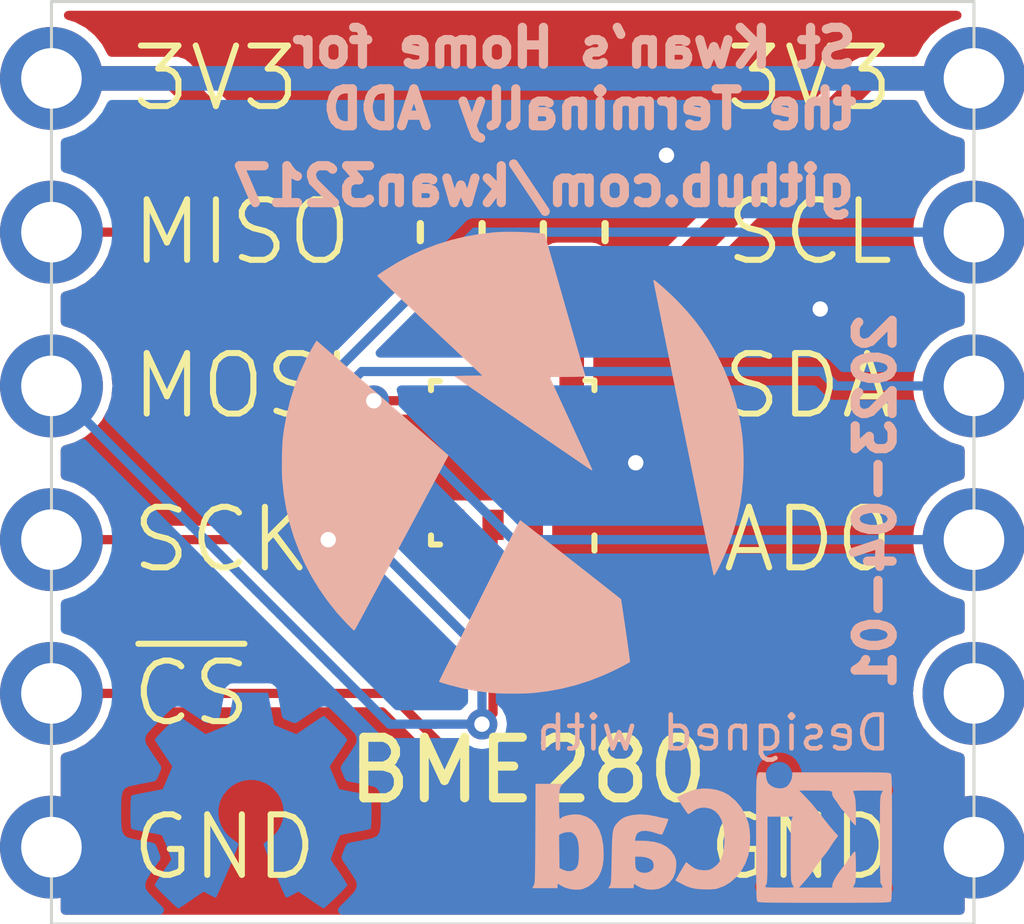
<source format=kicad_pcb>
(kicad_pcb (version 20221018) (generator pcbnew)
  (layers (0 "F.Cu" jumper) (1 "In1.Cu" signal) (2 "In2.Cu" signal) (31 "B.Cu" signal) (34 "B.Paste" user) (35 "F.Paste" user) (36 "B.SilkS" user "B.Silkscreen") (37 "F.SilkS" user "F.Silkscreen") (38 "B.Mask" user) (39 "F.Mask" user) (44 "Edge.Cuts" user))
  (net 0 "")
  (net 1 "+3V3")
  (net 2 "GND")
  (net 4 "/MISO")
  (net 5 "/MOSI")
  (net 6 "/SCK")
  (net 7 "/~{CS}")
  (footprint "Capacitor_SMD:C_0603_1608Metric" (layer "F.Cu") (at 110.236 105.41 90)
    (fp_text reference "C508" hide)
    (fp_text value "100nF" hide)
    (fp_line (start -0.14058 -0.51) (end 0.14058 -0.51) (stroke (width 0.12)) (layer "F.SilkS"))
    (fp_line (start -0.14058 0.51) (end 0.14058 0.51) (stroke (width 0.12)) (layer "F.SilkS"))
    (pad "1" smd roundrect (at -0.775 0 90) (size 0.9 0.95) (layers "F.Cu" "F.Paste" "F.Mask") (net 1 "+3V3"))
    (pad "2" smd roundrect (at 0.775 0 90) (size 0.9 0.95) (layers "F.Cu" "F.Paste" "F.Mask") (net 2 "GND"))
  )
  (footprint "KwanSystems:Stamp" (layer "F.Cu") (at 109.22 109.22)
    (fp_text reference "J501" hide)
    (fp_text value "~")
    (fp_text user "SCL" (at 6.35 -3.81 unlocked) (layer "F.SilkS") (effects (font (thickness 0.1)) (justify right)))
    (fp_text user "MOSI" (at -6.35 -1.27 unlocked) (layer "F.SilkS") (effects (font (thickness 0.1)) (justify left)))
    (fp_text user "~{CS}" (at -6.35 3.81 unlocked) (layer "F.SilkS") (effects (font (thickness 0.1)) (justify left)))
    (fp_text user "GND" (at -6.35 6.35 unlocked) (layer "F.SilkS") (effects (font (thickness 0.1)) (justify left)))
    (fp_text user "GND" (at 6.35 6.35 unlocked) (layer "F.SilkS") (effects (font (thickness 0.1)) (justify right)))
    (fp_text user "3V3" (at 6.35 -6.35 unlocked) (layer "F.SilkS") (effects (font (thickness 0.1)) (justify right)))
    (fp_text user "3V3" (at -6.35 -6.35 unlocked) (layer "F.SilkS") (effects (font (thickness 0.1)) (justify left)))
    (fp_text user "AD0" (at 6.35 1.27 unlocked) (layer "F.SilkS") (effects (font (thickness 0.1)) (justify right)))
    (fp_text user "SDA" (at 6.35 -1.27 unlocked) (layer "F.SilkS") (effects (font (thickness 0.1)) (justify right)))
    (fp_text user "MISO" (at -6.35 -3.81 unlocked) (layer "F.SilkS") (effects (font (thickness 0.1)) (justify left)))
    (fp_text user "SCK" (at -6.35 1.27 unlocked) (layer "F.SilkS") (effects (font (thickness 0.1)) (justify left)))
    (fp_line (start -7.62 -7.62) (end -7.62 7.62) (stroke (width 0.05)) (layer "Edge.Cuts"))
    (fp_line (start -7.62 7.62) (end 7.62 7.62) (stroke (width 0.05)) (layer "Edge.Cuts"))
    (fp_line (start 7.62 -7.62) (end -7.62 -7.62) (stroke (width 0.05)) (layer "Edge.Cuts"))
    (fp_line (start 7.62 7.62) (end 7.62 -7.62) (stroke (width 0.05)) (layer "Edge.Cuts"))
    (pad "1" thru_hole circle (at -7.62 -6.35) (size 1.7 1.7) (drill 1) (layers "*.Cu" "*.Mask") (net 1 "+3V3"))
    (pad "2" thru_hole circle (at -7.62 -3.81) (size 1.7 1.7) (drill 1) (layers "*.Cu" "*.Mask") (net 4 "/MISO"))
    (pad "3" thru_hole circle (at -7.62 -1.27) (size 1.7 1.7) (drill 1) (layers "*.Cu" "*.Mask") (net 5 "/MOSI"))
    (pad "4" thru_hole circle (at -7.62 1.27) (size 1.7 1.7) (drill 1) (layers "*.Cu" "*.Mask") (net 6 "/SCK"))
    (pad "5" thru_hole circle (at -7.62 3.81) (size 1.7 1.7) (drill 1) (layers "*.Cu" "*.Mask") (net 7 "/~{CS}"))
    (pad "6" thru_hole circle (at -7.62 6.35) (size 1.7 1.7) (drill 1) (layers "*.Cu" "*.Mask") (net 2 "GND"))
    (pad "7" thru_hole circle (at 7.62 6.35) (size 1.7 1.7) (drill 1) (layers "*.Cu" "*.Mask") (net 2 "GND"))
    (pad "8" thru_hole circle (at 7.62 3.81) (size 1.7 1.7) (drill 1) (layers "*.Cu" "*.Mask"))
    (pad "9" thru_hole circle (at 7.62 1.27) (size 1.7 1.7) (drill 1) (layers "*.Cu" "*.Mask") (net 4 "/MISO"))
    (pad "10" thru_hole circle (at 7.62 -1.27) (size 1.7 1.7) (drill 1) (layers "*.Cu" "*.Mask") (net 5 "/MOSI"))
    (pad "11" thru_hole circle (at 7.62 -3.81) (size 1.7 1.7) (drill 1) (layers "*.Cu" "*.Mask") (net 6 "/SCK"))
    (pad "12" thru_hole circle (at 7.62 -6.35) (size 1.7 1.7) (drill 1) (layers "*.Cu" "*.Mask") (net 1 "+3V3"))
  )
  (footprint "Package_LGA:Bosch_LGA-8_2.5x2.5mm_P0.65mm_ClockwisePinNumbering" (layer "F.Cu") (at 109.22 109.22 180)
    (fp_text reference "U501" hide)
    (fp_text value "BME280" (at -0.254 -5.08) (layer "F.SilkS"))
    (fp_line (start -1.35 -1.2) (end -1.35 -1.45) (stroke (width 0.1)) (layer "F.SilkS"))
    (fp_line (start -1.35 1.35) (end -1.35 1.2) (stroke (width 0.1)) (layer "F.SilkS"))
    (fp_line (start -1.35 1.36) (end -1.2 1.36) (stroke (width 0.1)) (layer "F.SilkS"))
    (fp_line (start 1.2 -1.35) (end 1.35 -1.35) (stroke (width 0.1)) (layer "F.SilkS"))
    (fp_line (start 1.35 -1.35) (end 1.35 -1.2) (stroke (width 0.1)) (layer "F.SilkS"))
    (fp_line (start 1.35 1.35) (end 1.2 1.35) (stroke (width 0.1)) (layer "F.SilkS"))
    (fp_line (start 1.35 1.35) (end 1.35 1.2) (stroke (width 0.1)) (layer "F.SilkS"))
    (pad "1" smd rect (at -0.975 -1.025 270) (size 0.5 0.35) (layers "F.Cu" "F.Paste" "F.Mask") (net 2 "GND"))
    (pad "2" smd rect (at -0.325 -1.025 270) (size 0.5 0.35) (layers "F.Cu" "F.Paste" "F.Mask") (net 7 "/~{CS}"))
    (pad "3" smd rect (at 0.325 -1.025 270) (size 0.5 0.35) (layers "F.Cu" "F.Paste" "F.Mask") (net 5 "/MOSI"))
    (pad "4" smd rect (at 0.975 -1.025 270) (size 0.5 0.35) (layers "F.Cu" "F.Paste" "F.Mask") (net 6 "/SCK"))
    (pad "5" smd rect (at 0.975 1.025 270) (size 0.5 0.35) (layers "F.Cu" "F.Paste" "F.Mask") (net 4 "/MISO"))
    (pad "6" smd rect (at 0.325 1.025 270) (size 0.5 0.35) (layers "F.Cu" "F.Paste" "F.Mask") (net 1 "+3V3"))
    (pad "7" smd rect (at -0.325 1.025 270) (size 0.5 0.35) (layers "F.Cu" "F.Paste" "F.Mask") (net 2 "GND"))
    (pad "8" smd rect (at -0.975 1.025 270) (size 0.5 0.35) (layers "F.Cu" "F.Paste" "F.Mask") (net 1 "+3V3"))
  )
  (footprint "Capacitor_SMD:C_0603_1608Metric" (layer "F.Cu") (at 108.204 105.41 90)
    (fp_text reference "C506" hide)
    (fp_text value "100nF" hide)
    (fp_line (start -0.14058 -0.51) (end 0.14058 -0.51) (stroke (width 0.12)) (layer "F.SilkS"))
    (fp_line (start -0.14058 0.51) (end 0.14058 0.51) (stroke (width 0.12)) (layer "F.SilkS"))
    (pad "1" smd roundrect (at -0.775 0 90) (size 0.9 0.95) (layers "F.Cu" "F.Paste" "F.Mask") (net 1 "+3V3"))
    (pad "2" smd roundrect (at 0.775 0 90) (size 0.9 0.95) (layers "F.Cu" "F.Paste" "F.Mask") (net 2 "GND"))
  )
  (footprint "KwanSystems:OSHW-Symbol_4x3.6mm_SolderMask" (layer "B.Cu") (at 104.902 114.808 180)
    (fp_text reference "G3" hide)
    (fp_text value "OSHW" hide)
    (fp_poly (pts (xy 0.333488 1.518641) (xy 0.383781 1.251867) (xy 0.569352 1.175368) (xy 0.754924 1.098869) (xy 0.977548 1.250252) (xy 1.039894 1.292402) (xy 1.096252 1.330037) (xy 1.143991 1.361437) (xy 1.180482 1.384886) (xy 1.203094 1.398664) (xy 1.209253 1.401635) (xy 1.220346 1.393994) (xy 1.244052 1.372871) (xy 1.277713 1.340963) (xy 1.318672 1.300969) (xy 1.364272 1.255588) (xy 1.411855 1.207517) (xy 1.458765 1.159456) (xy 1.502344 1.114102) (xy 1.539935 1.074153) (xy 1.568882 1.042309) (xy 1.586526 1.021268) (xy 1.590745 1.014226) (xy 1.584674 1.001244) (xy 1.567655 0.972803) (xy 1.541477 0.931684) (xy 1.507931 0.880671) (xy 1.468804 0.822544) (xy 1.446131 0.78939) (xy 1.404806 0.728851) (xy 1.368084 0.674221) (xy 1.337747 0.628218) (xy 1.315577 0.593563) (xy 1.303355 0.572974) (xy 1.301518 0.568648) (xy 1.305682 0.556351) (xy 1.317031 0.527692) (xy 1.333852 0.486701) (xy 1.354435 0.437407) (xy 1.377065 0.383838) (xy 1.400032 0.330025) (xy 1.421622 0.279997) (xy 1.440124 0.237784) (xy 1.453823 0.207414) (xy 1.46101 0.192917) (xy 1.461434 0.192347) (xy 1.472719 0.189578) (xy 1.502771 0.183403) (xy 1.548476 0.174428) (xy 1.606719 0.163259) (xy 1.674386 0.150505) (xy 1.713865 0.143149) (xy 1.78617 0.129383) (xy 1.851478 0.116283) (xy 1.906486 0.104567) (xy 1.947889 0.094951) (xy 1.972382 0.088153) (xy 1.977307 0.085996) (xy 1.982129 0.071396) (xy 1.98602 0.038425) (xy 1.988982 -0.009065) (xy 1.991018 -0.067216) (xy 1.992131 -0.132172) (xy 1.992323 -0.200079) (xy 1.991596 -0.267081) (xy 1.989954 -0.329321) (xy 1.987399 -0.382945) (xy 1.983933 -0.424096) (xy 1.97956 -0.448918) (xy 1.976937 -0.454086) (xy 1.961258 -0.46028) (xy 1.928036 -0.469135) (xy 1.881664 -0.479611) (xy 1.826538 -0.490668) (xy 1.807295 -0.494245) (xy 1.714514 -0.51124) (xy 1.641225 -0.524926) (xy 1.585004 -0.535848) (xy 1.54343 -0.54455) (xy 1.514083 -0.551575) (xy 1.494538 -0.557469) (xy 1.482377 -0.562774) (xy 1.475176 -0.568034) (xy 1.474168 -0.569074) (xy 1.46411 -0.585823) (xy 1.448768 -0.618417) (xy 1.429673 -0.662866) (xy 1.408356 -0.715179) (xy 1.38635 -0.771365) (xy 1.365187 -0.827431) (xy 1.346398 -0.879388) (xy 1.331516 -0.923244) (xy 1.322072 -0.955007) (xy 1.319599 -0.970687) (xy 1.319806 -0.971236) (xy 1.328185 -0.984052) (xy 1.347193 -1.01225) (xy 1.374835 -1.052896) (xy 1.409111 -1.103054) (xy 1.448024 -1.159789) (xy 1.459106 -1.175912) (xy 1.498619 -1.234365) (xy 1.53339 -1.287698) (xy 1.561523 -1.332847) (xy 1.581124 -1.366752) (xy 1.5903 -1.386349) (xy 1.590745 -1.388756) (xy 1.583035 -1.40141) (xy 1.561733 -1.426478) (xy 1.529576 -1.461267) (xy 1.489303 -1.503081) (xy 1.443652 -1.549227) (xy 1.395362 -1.59701) (xy 1.347172 -1.643737) (xy 1.301819 -1.686712) (xy 1.262043 -1.723242) (xy 1.230581 -1.750633) (xy 1.210173 -1.76619) (xy 1.204527 -1.76873) (xy 1.191386 -1.762747) (xy 1.16448 -1.746612) (xy 1.128193 -1.723042) (xy 1.100273 -1.70407) (xy 1.049685 -1.669259) (xy 0.989776 -1.62827) (xy 0.929684 -1.587347) (xy 0.897376 -1.565445) (xy 0.788023 -1.49148) (xy 0.696229 -1.541112) (xy 0.654409 -1.562855) (xy 0.618848 -1.579756) (xy 0.594787 -1.589395) (xy 0.588662 -1.590736) (xy 0.581297 -1.580833) (xy 0.566768 -1.552849) (xy 0.546158 -1.509365) (xy 0.520553 -1.452964) (xy 0.491036 -1.386224) (xy 0.458694 -1.311729) (xy 0.42461 -1.232059) (xy 0.389869 -1.149796) (xy 0.355556 -1.067521) (xy 0.322754 -0.987815) (xy 0.29255 -0.913259) (xy 0.266028 -0.846435) (xy 0.244271 -0.789923) (xy 0.228365 -0.746306) (xy 0.219395 -0.718165) (xy 0.217952 -0.7085) (xy 0.229387 -0.696172) (xy 0.254422 -0.67616) (xy 0.287824 -0.652621) (xy 0.290627 -0.650759) (xy 0.376958 -0.581654) (xy 0.44657 -0.501032) (xy 0.498858 -0.41147) (xy 0.533219 -0.315548) (xy 0.549052 -0.215842) (xy 0.545751 -0.114931) (xy 0.522714 -0.015393) (xy 0.479337 0.080195) (xy 0.466576 0.101108) (xy 0.400198 0.185558) (xy 0.321781 0.253372) (xy 0.234038 0.304198) (xy 0.139685 0.337684) (xy 0.041434 0.353476) (xy -0.058 0.351222) (xy -0.155903 0.33057) (xy -0.249561 0.291166) (xy -0.33626 0.232659) (xy -0.363079 0.208912) (xy -0.431333 0.134578) (xy -0.481069 0.056326) (xy -0.515186 -0.031389) (xy -0.534188 -0.118253) (xy -0.538879 -0.215916) (xy -0.523237 -0.314064) (xy -0.488853 -0.409379) (xy -0.437314 -0.498544) (xy -0.370208 -0.578241) (xy -0.289126 -0.645154) (xy -0.27847 -0.652207) (xy -0.24471 -0.675305) (xy -0.219046 -0.695318) (xy -0.206777 -0.708096) (xy -0.206599 -0.7085) (xy -0.209233 -0.722323) (xy -0.219674 -0.753694) (xy -0.236839 -0.800034) (xy -0.259641 -0.858761) (xy -0.286996 -0.927295) (xy -0.317818 -1.003055) (xy -0.351023 -1.08346) (xy -0.385525 -1.165931) (xy -0.420239 -1.247885) (xy -0.454081 -1.326742) (xy -0.485965 -1.399923) (xy -0.514806 -1.464845) (xy -0.539519 -1.518929) (xy -0.559019 -1.559594) (xy -0.572222 -1.584258) (xy -0.577538 -1.590736) (xy -0.593784 -1.585691) (xy -0.624182 -1.572163) (xy -0.66349 -1.552568) (xy -0.685105 -1.541112) (xy -0.776899 -1.49148) (xy -0.886253 -1.565445) (xy -0.942075 -1.603337) (xy -1.003191 -1.645036) (xy -1.060463 -1.684299) (xy -1.08915 -1.70407) (xy -1.129497 -1.731164) (xy -1.163662 -1.752634) (xy -1.187188 -1.765763) (xy -1.194829 -1.768538) (xy -1.20595 -1.761051) (xy -1.230565 -1.740151) (xy -1.266285 -1.708007) (xy -1.310725 -1.66679) (xy -1.361499 -1.618669) (xy -1.393611 -1.587772) (xy -1.449791 -1.532572) (xy -1.498345 -1.483199) (xy -1.537306 -1.441767) (xy -1.564715 -1.410386) (xy -1.578607 -1.39117) (xy -1.579939 -1.38727) (xy -1.573754 -1.372436) (xy -1.556663 -1.342443) (xy -1.530562 -1.300327) (xy -1.497346 -1.249125) (xy -1.458912 -1.191874) (xy -1.447982 -1.175912) (xy -1.408156 -1.1179) (xy -1.372427 -1.06567) (xy -1.34279 -1.022157) (xy -1.321245 -0.990296) (xy -1.309789 -0.973022) (xy -1.308682 -0.971236) (xy -1.310337 -0.957469) (xy -1.319123 -0.927202) (xy -1.333508 -0.884425) (xy -1.35196 -0.833128) (xy -1.372946 -0.777304) (xy -1.394936 -0.720944) (xy -1.416397 -0.668039) (xy -1.435796 -0.62258) (xy -1.451603 -0.588559) (xy -1.462285 -0.569966) (xy -1.463044 -0.569074) (xy -1.469576 -0.563761) (xy -1.480609 -0.558506) (xy -1.498564 -0.552766) (xy -1.525862 -0.545998) (xy -1.564925 -0.537656) (xy -1.618177 -0.527198) (xy -1.688036 -0.514079) (xy -1.776925 -0.497755) (xy -1.796171 -0.494245) (xy -1.853212 -0.483224) (xy -1.902939 -0.472443) (xy -1.940958 -0.462941) (xy -1.962875 -0.45576) (xy -1.965814 -0.454086) (xy -1.970656 -0.439243) (xy -1.974592 -0.406074) (xy -1.97762 -0.358433) (xy -1.979735 -0.300178) (xy -1.980937 -0.235163) (xy -1.981222 -0.167244) (xy -1.980586 -0.100277) (xy -1.979029 -0.038117) (xy -1.976548 0.015379) (xy -1.973138 0.056357) (xy -1.968799 0.08096) (xy -1.966183 0.085996) (xy -1.951619 0.091075) (xy -1.918456 0.099339) (xy -1.869997 0.11007) (xy -1.809547 0.122551) (xy -1.74041 0.136066) (xy -1.702741 0.143149) (xy -1.631272 0.156509) (xy -1.567539 0.168613) (xy -1.514656 0.178851) (xy -1.47574 0.186619) (xy -1.453904 0.191307) (xy -1.45031 0.192347) (xy -1.444237 0.204066) (xy -1.431397 0.232294) (xy -1.413503 0.272998) (xy -1.392267 0.322145) (xy -1.369399 0.375703) (xy -1.346612 0.429639) (xy -1.325616 0.479919) (xy -1.308124 0.522512) (xy -1.295846 0.553384) (xy -1.290494 0.568502) (xy -1.290394 0.569162) (xy -1.296461 0.581089) (xy -1.31347 0.608534) (xy -1.339634 0.64877) (xy -1.373164 0.69907) (xy -1.412272 0.756704) (xy -1.435007 0.78981) (xy -1.476435 0.850511) (xy -1.51323 0.905622) (xy -1.543598 0.952354) (xy -1.565743 0.987919) (xy -1.577869 1.009529) (xy -1.579621 1.014374) (xy -1.572092 1.02565) (xy -1.551278 1.049726) (xy -1.519838 1.083904) (xy -1.48043 1.125489) (xy -1.435714 1.171781) (xy -1.388348 1.220085) (xy -1.34099 1.267702) (xy -1.2963 1.311936) (xy -1.256936 1.350089) (xy -1.225558 1.379464) (xy -1.204823 1.397363) (xy -1.197887 1.401635) (xy -1.186592 1.395628) (xy -1.159579 1.378753) (xy -1.119472 1.352728) (xy -1.068899 1.319269) (xy -1.010486 1.280096) (xy -0.966424 1.250252) (xy -0.7438 1.098869) (xy -0.372657 1.251867) (xy -0.322365 1.518641) (xy -0.272072 1.785416) (xy 0.283196 1.785416) (xy 0.333488 1.518641)) (stroke (width 0.01)) (fill solid) (layer "B.Cu"))
  )
  (footprint "KwanSystems:KWAN_CIRCLE" (layer "B.Cu") (at 109.22 109.22 180)
    (fp_text reference "G1" hide)
    (fp_text value "github.com/kwan3217" (at -0.508 4.572) (layer "B.SilkS") (effects (font (size 0.6096 0.6096) (thickness 0.1524)) (justify mirror)))
    (fp_text user "the Terminally ADD" (at -1.27 5.842 unlocked) (layer "B.SilkS") (effects (font (size 0.6096 0.6096) (thickness 0.1524)) (justify mirror)))
    (fp_text user "St Kwan's Home for" (at -1.016 6.858 unlocked) (layer "B.SilkS") (effects (font (size 0.6096 0.6096) (thickness 0.1524)) (justify mirror)))
    (fp_poly (pts (xy -2.328855 3.008401) (xy -2.332981 2.986481) (xy -2.339898 2.950983) (xy -2.349469 2.902583) (xy -2.361555 2.841957) (xy -2.376018 2.76978) (xy -2.392719 2.68673) (xy -2.411522 2.59348) (xy -2.432287 2.490709) (xy -2.454877 2.37909) (xy -2.479154 2.259301) (xy -2.504979 2.132016) (xy -2.532214 1.997913) (xy -2.560722 1.857666) (xy -2.590364 1.711952) (xy -2.621002 1.561446) (xy -2.652498 1.406825) (xy -2.684714 1.248764) (xy -2.717512 1.08794) (xy -2.750754 0.925027) (xy -2.784301 0.760703) (xy -2.818016 0.595642) (xy -2.85176 0.430521) (xy -2.885396 0.266015) (xy -2.918785 0.102801) (xy -2.951789 -0.058446) (xy -2.98427 -0.217049) (xy -3.01609 -0.372333) (xy -3.047111 -0.523623) (xy -3.077195 -0.670241) (xy -3.106203 -0.811513) (xy -3.133998 -0.946762) (xy -3.160442 -1.075313) (xy -3.185396 -1.196489) (xy -3.208722 -1.309615) (xy -3.230283 -1.414015) (xy -3.24994 -1.509013) (xy -3.267555 -1.593933) (xy -3.282989 -1.6681) (xy -3.296106 -1.730836) (xy -3.306766 -1.781467) (xy -3.314833 -1.819317) (xy -3.320166 -1.843709) (xy -3.322629 -1.853968) (xy -3.322749 -1.854254) (xy -3.32926 -1.851943) (xy -3.339955 -1.839252) (xy -3.347397 -1.827582) (xy -3.373549 -1.78015) (xy -3.403485 -1.721577) (xy -3.435742 -1.655034) (xy -3.468859 -1.583691) (xy -3.501373 -1.510719) (xy -3.531823 -1.439286) (xy -3.558747 -1.372564) (xy -3.566395 -1.352685) (xy -3.640985 -1.137881) (xy -3.701583 -0.922961) (xy -3.748496 -0.706222) (xy -3.78203 -0.48596) (xy -3.802493 -0.260474) (xy -3.810191 -0.028058) (xy -3.810272 0) (xy -3.808466 0.142493) (xy -3.802856 0.274198) (xy -3.793054 0.399184) (xy -3.778674 0.521518) (xy -3.759325 0.645266) (xy -3.737942 0.758266) (xy -3.692607 0.956571) (xy -3.638336 1.146785) (xy -3.573853 1.332633) (xy -3.497879 1.517844) (xy -3.421925 1.680378) (xy -3.327152 1.862241) (xy -3.227311 2.032414) (xy -3.120532 2.193496) (xy -3.004948 2.348083) (xy -2.878688 2.498772) (xy -2.739885 2.648161) (xy -2.68705 2.701561) (xy -2.645668 2.742083) (xy -2.601761 2.78391) (xy -2.556751 2.825795) (xy -2.512062 2.866493) (xy -2.469117 2.904759) (xy -2.429338 2.939348) (xy -2.39415 2.969014) (xy -2.364976 2.992511) (xy -2.343237 3.008594) (xy -2.330358 3.016018) (xy -2.327659 3.016067) (xy -2.328855 3.008401)) (stroke (width 0.01)) (fill solid) (layer "B.SilkS"))
    (fp_poly (pts (xy 3.243293 2.004387) (xy 3.254612 1.987318) (xy 3.27078 1.960818) (xy 3.290656 1.926905) (xy 3.313095 1.887597) (xy 3.336953 1.844913) (xy 3.361088 1.800871) (xy 3.384356 1.757488) (xy 3.405613 1.716783) (xy 3.418262 1.69181) (xy 3.516825 1.477147) (xy 3.60162 1.256163) (xy 3.672681 1.028739) (xy 3.730043 0.794756) (xy 3.773742 0.554096) (xy 3.79193 0.419142) (xy 3.796468 0.371316) (xy 3.800395 0.311139) (xy 3.803663 0.241491) (xy 3.806227 0.165254) (xy 3.808038 0.085307) (xy 3.809051 0.004531) (xy 3.80922 -0.074193) (xy 3.808497 -0.147986) (xy 3.806835 -0.213967) (xy 3.804189 -0.269255) (xy 3.803288 -0.282128) (xy 3.777364 -0.524142) (xy 3.736838 -0.761946) (xy 3.681854 -0.995188) (xy 3.612555 -1.223517) (xy 3.529083 -1.446582) (xy 3.431582 -1.664032) (xy 3.320195 -1.875515) (xy 3.195066 -2.08068) (xy 3.056336 -2.279177) (xy 2.918046 -2.454133) (xy 2.892419 -2.484027) (xy 2.861812 -2.518548) (xy 2.827792 -2.556048) (xy 2.791923 -2.594883) (xy 2.755773 -2.633405) (xy 2.720907 -2.669968) (xy 2.68889 -2.702927) (xy 2.661288 -2.730635) (xy 2.639667 -2.751445) (xy 2.625593 -2.763713) (xy 2.621093 -2.766336) (xy 2.615652 -2.759965) (xy 2.604408 -2.742323) (xy 2.588673 -2.71562) (xy 2.569759 -2.682067) (xy 2.554381 -2.65393) (xy 2.539561 -2.626427) (xy 2.518568 -2.587404) (xy 2.491819 -2.537641) (xy 2.459732 -2.477916) (xy 2.422724 -2.409006) (xy 2.381212 -2.331691) (xy 2.335615 -2.246748) (xy 2.286349 -2.154956) (xy 2.233831 -2.057094) (xy 2.178481 -1.953939) (xy 2.120713 -1.846271) (xy 2.060947 -1.734867) (xy 1.999599 -1.620506) (xy 1.937088 -1.503966) (xy 1.873829 -1.386025) (xy 1.810242 -1.267462) (xy 1.746742 -1.149056) (xy 1.683748 -1.031584) (xy 1.621678 -0.915825) (xy 1.560947 -0.802557) (xy 1.501975 -0.692559) (xy 1.445177 -0.586609) (xy 1.390973 -0.485485) (xy 1.339778 -0.389966) (xy 1.292011 -0.30083) (xy 1.24809 -0.218855) (xy 1.20843 -0.14482) (xy 1.17345 -0.079504) (xy 1.143568 -0.023684) (xy 1.1192 0.021862) (xy 1.100764 0.056354) (xy 1.088677 0.079015) (xy 1.083358 0.089065) (xy 1.083271 0.089233) (xy 1.066914 0.12131) (xy 2.150016 1.064691) (xy 2.260749 1.161127) (xy 2.368413 1.254867) (xy 2.472446 1.345422) (xy 2.572284 1.432303) (xy 2.667362 1.515019) (xy 2.757119 1.593081) (xy 2.84099 1.666) (xy 2.918411 1.733285) (xy 2.98882 1.794447) (xy 3.051652 1.848996) (xy 3.106344 1.896443) (xy 3.152332 1.936298) (xy 3.189054 1.968071) (xy 3.215944 1.991273) (xy 3.23244 2.005413) (xy 3.237969 2.010007) (xy 3.243293 2.004387)) (stroke (width 0.01)) (fill solid) (layer "B.SilkS"))
    (fp_poly (pts (xy -0.120685 -0.960303) (xy -0.11073 -0.977276) (xy -0.09497 -1.006095) (xy -0.073334 -1.046902) (xy -0.045748 -1.099842) (xy -0.012139 -1.165057) (xy 0.027567 -1.242692) (xy 0.073441 -1.33289) (xy 0.125558 -1.435794) (xy 0.18399 -1.551549) (xy 0.248811 -1.680298) (xy 0.320092 -1.822183) (xy 0.397909 -1.97735) (xy 0.482333 -2.145941) (xy 0.548349 -2.277916) (xy 0.615087 -2.411424) (xy 0.679982 -2.541306) (xy 0.742707 -2.666906) (xy 0.802932 -2.787565) (xy 0.860332 -2.902625) (xy 0.914578 -3.011428) (xy 0.965344 -3.113316) (xy 1.012301 -3.207631) (xy 1.055122 -3.293714) (xy 1.09348 -3.370908) (xy 1.127048 -3.438554) (xy 1.155497 -3.495995) (xy 1.1785 -3.542573) (xy 1.19573 -3.577628) (xy 1.206859 -3.600504) (xy 1.211561 -3.610542) (xy 1.211701 -3.610953) (xy 1.21064 -3.613819) (xy 1.20627 -3.617026) (xy 1.19681 -3.621183) (xy 1.180477 -3.626896) (xy 1.15549 -3.634775) (xy 1.120068 -3.645425) (xy 1.072428 -3.659455) (xy 1.051665 -3.665532) (xy 0.846186 -3.718906) (xy 0.634817 -3.760442) (xy 0.415596 -3.790503) (xy 0.327692 -3.799183) (xy 0.270207 -3.803156) (xy 0.201016 -3.80614) (xy 0.123432 -3.808135) (xy 0.040768 -3.809142) (xy -0.043663 -3.809165) (xy -0.126548 -3.808203) (xy -0.204576 -3.806259) (xy -0.274432 -3.803335) (xy -0.332805 -3.799431) (xy -0.339124 -3.798874) (xy -0.579933 -3.769519) (xy -0.816113 -3.725651) (xy -1.047848 -3.66722) (xy -1.275319 -3.594174) (xy -1.498709 -3.506463) (xy -1.65991 -3.432856) (xy -1.702695 -3.411804) (xy -1.748151 -3.388866) (xy -1.793772 -3.365365) (xy -1.837055 -3.342623) (xy -1.875495 -3.321964) (xy -1.906589 -3.30471) (xy -1.927833 -3.292184) (xy -1.934195 -3.287949) (xy -1.93373 -3.280202) (xy -1.931231 -3.258874) (xy -1.926914 -3.225458) (xy -1.920994 -3.181448) (xy -1.913689 -3.128338) (xy -1.905214 -3.067621) (xy -1.895786 -3.00079) (xy -1.88562 -2.929339) (xy -1.874933 -2.854762) (xy -1.863942 -2.778551) (xy -1.852861 -2.702201) (xy -1.841909 -2.627205) (xy -1.831299 -2.555056) (xy -1.82125 -2.487248) (xy -1.811977 -2.425274) (xy -1.803696 -2.370628) (xy -1.796623 -2.324804) (xy -1.790975 -2.289294) (xy -1.786968 -2.265592) (xy -1.784818 -2.255192) (xy -1.784652 -2.254855) (xy -1.776228 -2.247952) (xy -1.756783 -2.23244) (xy -1.727152 -2.208975) (xy -1.688176 -2.178212) (xy -1.64069 -2.140807) (xy -1.585533 -2.097417) (xy -1.523543 -2.048697) (xy -1.455556 -1.995304) (xy -1.382411 -1.937893) (xy -1.304945 -1.87712) (xy -1.223996 -1.813642) (xy -1.140402 -1.748114) (xy -1.054999 -1.681193) (xy -0.968626 -1.613534) (xy -0.882121 -1.545793) (xy -0.79632 -1.478627) (xy -0.712062 -1.412691) (xy -0.630185 -1.348641) (xy -0.551525 -1.287134) (xy -0.476921 -1.228824) (xy -0.407209 -1.174369) (xy -0.343229 -1.124425) (xy -0.285817 -1.079646) (xy -0.235811 -1.04069) (xy -0.194049 -1.008212) (xy -0.161368 -0.982869) (xy -0.138605 -0.965315) (xy -0.1266 -0.956208) (xy -0.12491 -0.955031) (xy -0.120685 -0.960303)) (stroke (width 0.01)) (fill solid) (layer "B.SilkS"))
    (fp_poly (pts (xy 0.134117 3.810292) (xy 0.227246 3.80726) (xy 0.30102 3.802489) (xy 0.545428 3.774437) (xy 0.784595 3.732079) (xy 1.018489 3.675427) (xy 1.247078 3.604491) (xy 1.470331 3.519282) (xy 1.688216 3.419811) (xy 1.900703 3.306089) (xy 2.107759 3.178127) (xy 2.116072 3.172616) (xy 2.152277 3.148315) (xy 2.184261 3.126397) (xy 2.209748 3.108458) (xy 2.226461 3.096095) (xy 2.231856 3.091457) (xy 2.229943 3.087303) (xy 2.221689 3.077384) (xy 2.206751 3.061373) (xy 2.18479 3.038942) (xy 2.155465 3.009765) (xy 2.118436 2.973514) (xy 2.073362 2.929862) (xy 2.019902 2.878482) (xy 1.957717 2.819047) (xy 1.886465 2.75123) (xy 1.805806 2.674704) (xy 1.7154 2.589141) (xy 1.614905 2.494215) (xy 1.503983 2.389599) (xy 1.382291 2.274964) (xy 1.36565 2.259297) (xy 0.491662 1.436514) (xy 0.722128 1.434497) (xy 0.779623 1.433816) (xy 0.831861 1.432856) (xy 0.876989 1.431677) (xy 0.913156 1.430341) (xy 0.93851 1.42891) (xy 0.951197 1.427445) (xy 0.952312 1.426876) (xy 0.946128 1.422245) (xy 0.928131 1.40954) (xy 0.89909 1.389289) (xy 0.859775 1.36202) (xy 0.810956 1.32826) (xy 0.753402 1.288538) (xy 0.687883 1.24338) (xy 0.615169 1.193314) (xy 0.536029 1.138869) (xy 0.451233 1.080571) (xy 0.36155 1.018948) (xy 0.267751 0.954528) (xy 0.170604 0.887838) (xy 0.070879 0.819406) (xy -0.030654 0.74976) (xy -0.133225 0.679428) (xy -0.236065 0.608936) (xy -0.338404 0.538813) (xy -0.439473 0.469586) (xy -0.538502 0.401783) (xy -0.634721 0.335931) (xy -0.727361 0.272558) (xy -0.815652 0.212192) (xy -0.898824 0.15536) (xy -0.976108 0.102591) (xy -1.046735 0.05441) (xy -1.109934 0.011347) (xy -1.164936 -0.026071) (xy -1.210972 -0.057317) (xy -1.247271 -0.081863) (xy -1.273065 -0.099182) (xy -1.287583 -0.108745) (xy -1.288196 -0.109134) (xy -1.302942 -0.116873) (xy -1.310507 -0.117718) (xy -1.310772 -0.116887) (xy -1.307641 -0.109235) (xy -1.298519 -0.088639) (xy -1.283815 -0.05599) (xy -1.263935 -0.012177) (xy -1.239287 0.041909) (xy -1.210279 0.105378) (xy -1.177317 0.17734) (xy -1.140809 0.256904) (xy -1.101162 0.343182) (xy -1.058785 0.435282) (xy -1.014083 0.532314) (xy -0.967466 0.633389) (xy -0.957278 0.655463) (xy -0.603784 1.421273) (xy -0.900903 1.423267) (xy -0.979089 1.423891) (xy -1.043163 1.424644) (xy -1.094255 1.425568) (xy -1.133496 1.426709) (xy -1.162016 1.42811) (xy -1.180944 1.429816) (xy -1.19141 1.431869) (xy -1.194544 1.434315) (xy -1.194459 1.434698) (xy -1.192003 1.442958) (xy -1.185588 1.465088) (xy -1.175439 1.500302) (xy -1.161781 1.547815) (xy -1.144839 1.60684) (xy -1.124838 1.676592) (xy -1.102004 1.756284) (xy -1.07656 1.845132) (xy -1.048733 1.942349) (xy -1.018747 2.047149) (xy -0.986828 2.158746) (xy -0.9532 2.276355) (xy -0.918089 2.399189) (xy -0.88172 2.526464) (xy -0.857551 2.611063) (xy -0.524206 3.777991) (xy -0.4812 3.783166) (xy -0.389223 3.792655) (xy -0.288401 3.800271) (xy -0.182194 3.805928) (xy -0.074065 3.809541) (xy 0.032526 3.811023) (xy 0.134117 3.810292)) (stroke (width 0.01)) (fill solid) (layer "B.SilkS"))
  )
  (footprint "KwanSystems:Symbol_KiCAD-Logo_CopperAndSilkScreenTop_small" (layer "B.Cu") (at 112.522 115.316 180)
    (fp_text reference "G2" hide)
    (fp_text value "Designed with" (at 0 1.633196) (layer "B.SilkS") (effects (font (size 0.5588 0.5588) (thickness 0.0762)) (justify mirror)))
    (fp_poly (pts (xy -1.022029 1.13702) (xy -0.963228 1.103803) (xy -0.916489 1.052478) (xy -0.894594 1.009438) (xy -0.879289 0.940193) (xy -0.88384 0.871205) (xy -0.907514 0.810458) (xy -0.913706 0.801075) (xy -0.958926 0.757296) (xy -1.018364 0.727224) (xy -1.084834 0.712291) (xy -1.151144 0.713933) (xy -1.210105 0.733584) (xy -1.220497 0.739878) (xy -1.261632 0.779303) (xy -1.295543 0.833615) (xy -1.316627 0.892353) (xy -1.3208 0.927101) (xy -1.311163 0.981713) (xy -1.285905 1.038945) (xy -1.250509 1.088421) (xy -1.222679 1.112853) (xy -1.15657 1.143062) (xy -1.088082 1.150612) (xy -1.022029 1.13702)) (stroke (width 0.01)) (fill solid) (layer "B.Cu"))
    (fp_poly (pts (xy -0.9017 -0.296023) (xy -0.90159 -0.431764) (xy -0.901209 -0.544309) (xy -0.900487 -0.635861) (xy -0.899353 -0.70862) (xy -0.897735 -0.764792) (xy -0.895561 -0.806578) (xy -0.89276 -0.83618) (xy -0.889261 -0.855802) (xy -0.884992 -0.867646) (xy -0.883054 -0.870698) (xy -0.869911 -0.889472) (xy -0.864555 -0.903543) (xy -0.869645 -0.913587) (xy -0.887844 -0.920282) (xy -0.921812 -0.924303) (xy -0.974211 -0.926327) (xy -1.047701 -0.92703) (xy -1.1049 -0.9271) (xy -1.180041 -0.926758) (xy -1.245637 -0.925804) (xy -1.297787 -0.924351) (xy -1.332591 -0.922509) (xy -1.346148 -0.920388) (xy -1.3462 -0.920244) (xy -1.340923 -0.905727) (xy -1.327637 -0.877255) (xy -1.3208 -0.8636) (xy -1.314367 -0.84988) (xy -1.309121 -0.834697) (xy -1.30494 -0.81546) (xy -1.301705 -0.789578) (xy -1.299295 -0.754459) (xy -1.297589 -0.707514) (xy -1.296468 -0.646151) (xy -1.29581 -0.56778) (xy -1.295495 -0.469809) (xy -1.295403 -0.349648) (xy -1.2954 -0.317375) (xy -1.295527 -0.188635) (xy -1.295965 -0.082875) (xy -1.296802 0.002325) (xy -1.298126 0.069381) (xy -1.300025 0.120715) (xy -1.302587 0.158744) (xy -1.305899 0.185887) (xy -1.310049 0.204564) (xy -1.314777 0.216531) (xy -1.334153 0.254) (xy -0.9017 0.254) (xy -0.9017 -0.296023)) (stroke (width 0.01)) (fill solid) (layer "B.Cu"))
    (fp_poly (pts (xy -1.693127 0.6858) (xy -1.420471 0.6858) (xy -1.519861 0.585107) (xy -1.684715 0.403655) (xy -1.791925 0.266593) (xy -1.831149 0.2148) (xy -1.878428 0.154736) (xy -1.928475 0.092899) (xy -1.976001 0.035791) (xy -2.015717 -0.010091) (xy -2.028266 -0.02388) (xy -2.068982 -0.067606) (xy -2.034003 -0.113178) (xy -1.966282 -0.207802) (xy -1.922511 -0.277525) (xy -1.895076 -0.318643) (xy -1.864438 -0.358306) (xy -1.861864 -0.361304) (xy -1.827389 -0.402791) (xy -1.787127 -0.454069) (xy -1.745529 -0.509144) (xy -1.707049 -0.562024) (xy -1.676141 -0.606713) (xy -1.658312 -0.635274) (xy -1.640772 -0.661798) (xy -1.611507 -0.701031) (xy -1.57559 -0.746626) (xy -1.538093 -0.792236) (xy -1.504086 -0.831516) (xy -1.4859 -0.85101) (xy -1.473956 -0.864041) (xy -1.452819 -0.887703) (xy -1.448762 -0.892285) (xy -1.417973 -0.9271) (xy -1.9812 -0.9271) (xy -1.9812 -0.887962) (xy -1.989582 -0.849698) (xy -2.013196 -0.797075) (xy -2.049754 -0.73412) (xy -2.09696 -0.664858) (xy -2.140729 -0.607767) (xy -2.176366 -0.561657) (xy -2.209027 -0.516135) (xy -2.232612 -0.479768) (xy -2.235665 -0.474417) (xy -2.255686 -0.441217) (xy -2.273329 -0.417142) (xy -2.277651 -0.41275) (xy -2.294931 -0.393408) (xy -2.315043 -0.365125) (xy -2.333887 -0.341047) (xy -2.349143 -0.330244) (xy -2.349793 -0.3302) (xy -2.354231 -0.342546) (xy -2.357791 -0.378191) (xy -2.360368 -0.435046) (xy -2.361859 -0.511022) (xy -2.3622 -0.578481) (xy -2.361858 -0.668132) (xy -2.360653 -0.736135) (xy -2.358313 -0.786238) (xy -2.354569 -0.822185) (xy -2.349151 -0.847722) (xy -2.34179 -0.866594) (xy -2.341378 -0.867406) (xy -2.323642 -0.897246) (xy -2.307889 -0.916309) (xy -2.306453 -0.917381) (xy -2.314202 -0.920162) (xy -2.343877 -0.922631) (xy -2.392007 -0.924656) (xy -2.455121 -0.926104) (xy -2.529745 -0.926841) (xy -2.555603 -0.926906) (xy -2.818856 -0.9271) (xy -2.804016 -0.892175) (xy -2.78993 -0.862879) (xy -2.778888 -0.845185) (xy -2.776972 -0.830571) (xy -2.775172 -0.792891) (xy -2.773521 -0.734476) (xy -2.772052 -0.657659) (xy -2.770801 -0.564773) (xy -2.769798 -0.458151) (xy -2.769079 -0.340126) (xy -2.768677 -0.21303) (xy -2.768601 -0.127145) (xy -2.76863 0.024845) (xy -2.768765 0.153544) (xy -2.769077 0.261063) (xy -2.769637 0.349511) (xy -2.770516 0.420998) (xy -2.771784 0.477634) (xy -2.773512 0.521528) (xy -2.775772 0.55479) (xy -2.778634 0.57953) (xy -2.782169 0.597857) (xy -2.786448 0.611882) (xy -2.791542 0.623713) (xy -2.794001 0.628651) (xy -2.809378 0.659566) (xy -2.818405 0.67917) (xy -2.819401 0.682136) (xy -2.807333 0.683247) (xy -2.773656 0.684222) (xy -2.722164 0.685008) (xy -2.656647 0.68555) (xy -2.580898 0.685793) (xy -2.564042 0.6858) (xy -2.47747 0.685668) (xy -2.413186 0.685085) (xy -2.368077 0.683768) (xy -2.339032 0.681439) (xy -2.322938 0.677814) (xy -2.316684 0.672614) (xy -2.317157 0.665558) (xy -2.317918 0.663575) (xy -2.334598 0.619164) (xy -2.346631 0.57491) (xy -2.35471 0.52543) (xy -2.359529 0.46534) (xy -2.36178 0.389256) (xy -2.3622 0.319456) (xy -2.362201 0.109548) (xy -2.324101 0.14605) (xy -2.300294 0.171222) (xy -2.287003 0.189861) (xy -2.286 0.193259) (xy -2.278432 0.206225) (xy -2.258686 0.232936) (xy -2.231206 0.267928) (xy -2.200434 0.305736) (xy -2.170812 0.340896) (xy -2.146781 0.367943) (xy -2.133381 0.381) (xy -2.12222 0.394633) (xy -2.103032 0.422685) (xy -2.089099 0.4445) (xy -2.059998 0.488351) (xy -2.028525 0.531651) (xy -2.017351 0.545819) (xy -1.994994 0.579132) (xy -1.982296 0.609679) (xy -1.9812 0.617805) (xy -1.980939 0.639662) (xy -1.978105 0.656249) (xy -1.969619 0.668294) (xy -1.952406 0.676523) (xy -1.923387 0.681662) (xy -1.879486 0.684437) (xy -1.817625 0.685575) (xy -1.734728 0.685802) (xy -1.693127 0.6858)) (stroke (width 0.01)) (fill solid) (layer "B.Cu"))
    (fp_poly (pts (xy 0.272338 0.69683) (xy 0.292956 0.691929) (xy 0.32844 0.680586) (xy 0.376087 0.662519) (xy 0.429761 0.640407) (xy 0.483327 0.616927) (xy 0.530649 0.594757) (xy 0.565593 0.576575) (xy 0.581032 0.566201) (xy 0.576187 0.554709) (xy 0.560018 0.527246) (xy 0.535732 0.488675) (xy 0.506537 0.443856) (xy 0.475641 0.397653) (xy 0.446251 0.354925) (xy 0.421576 0.320535) (xy 0.405339 0.299921) (xy 0.391118 0.301188) (xy 0.365041 0.316333) (xy 0.343204 0.333344) (xy 0.270649 0.379387) (xy 0.188244 0.402221) (xy 0.109049 0.402858) (xy 0.023699 0.382549) (xy -0.048371 0.340937) (xy -0.106878 0.278538) (xy -0.151541 0.19587) (xy -0.182079 0.093452) (xy -0.19821 -0.028201) (xy -0.199787 -0.1651) (xy -0.189067 -0.288913) (xy -0.166508 -0.391871) (xy -0.131185 -0.476053) (xy -0.082172 -0.54354) (xy -0.018542 -0.596413) (xy -0.003711 -0.605576) (xy 0.034887 -0.625708) (xy 0.070619 -0.636438) (xy 0.114514 -0.640338) (xy 0.14605 -0.640505) (xy 0.225909 -0.632677) (xy 0.295274 -0.608696) (xy 0.362313 -0.565307) (xy 0.387423 -0.544332) (xy 0.414546 -0.522081) (xy 0.432707 -0.510112) (xy 0.436528 -0.509485) (xy 0.447608 -0.526144) (xy 0.467249 -0.558167) (xy 0.492615 -0.600674) (xy 0.520872 -0.648788) (xy 0.549183 -0.697629) (xy 0.574716 -0.742318) (xy 0.594633 -0.777978) (xy 0.606101 -0.79973) (xy 0.607727 -0.80409) (xy 0.595109 -0.810777) (xy 0.566172 -0.826127) (xy 0.527031 -0.846893) (xy 0.524729 -0.848115) (xy 0.443574 -0.888306) (xy 0.372106 -0.915964) (xy 0.301136 -0.933493) (xy 0.221474 -0.943297) (xy 0.14605 -0.94717) (xy 0.049643 -0.947785) (xy -0.026375 -0.943057) (xy -0.071782 -0.935283) (xy -0.1879 -0.892859) (xy -0.294421 -0.828359) (xy -0.389317 -0.743953) (xy -0.470561 -0.641812) (xy -0.536124 -0.524105) (xy -0.583978 -0.393003) (xy -0.586226 -0.384816) (xy -0.604375 -0.291513) (xy -0.613828 -0.18446) (xy -0.614589 -0.072629) (xy -0.606666 0.035009) (xy -0.590064 0.12948) (xy -0.585852 0.145478) (xy -0.53497 0.282283) (xy -0.463634 0.405266) (xy -0.373098 0.512674) (xy -0.264615 0.602753) (xy -0.254 0.609959) (xy -0.165178 0.656248) (xy -0.061151 0.689126) (xy 0.051099 0.707547) (xy 0.164589 0.710464) (xy 0.272338 0.69683)) (stroke (width 0.01)) (fill solid) (layer "B.SilkS"))
    (fp_poly (pts (xy 2.923732 -0.028575) (xy 2.924503 -0.193526) (xy 2.925283 -0.334991) (xy 2.926131 -0.454881) (xy 2.927104 -0.55511) (xy 2.928262 -0.637591) (xy 2.929661 -0.704236) (xy 2.931362 -0.756959) (xy 2.933422 -0.797673) (xy 2.9359 -0.82829) (xy 2.938854 -0.850724) (xy 2.942342 -0.866887) (xy 2.946423 -0.878693) (xy 2.949901 -0.885825) (xy 2.972452 -0.9271) (xy 2.5654 -0.9271) (xy 2.5654 -0.889) (xy 2.563721 -0.862226) (xy 2.559676 -0.850902) (xy 2.559614 -0.8509) (xy 2.546555 -0.857392) (xy 2.520363 -0.873769) (xy 2.506952 -0.882711) (xy 2.440802 -0.916324) (xy 2.360969 -0.939795) (xy 2.276511 -0.951669) (xy 2.196489 -0.950492) (xy 2.1463 -0.940624) (xy 2.054269 -0.89997) (xy 1.971705 -0.8391) (xy 1.904259 -0.762755) (xy 1.873578 -0.711847) (xy 1.839866 -0.633015) (xy 1.817928 -0.549976) (xy 1.806357 -0.455702) (xy 1.803621 -0.362457) (xy 1.804001 -0.3556) (xy 2.204068 -0.3556) (xy 2.206317 -0.443448) (xy 2.213125 -0.510207) (xy 2.225739 -0.559975) (xy 2.245406 -0.596846) (xy 2.273376 -0.624916) (xy 2.289508 -0.636085) (xy 2.342711 -0.655082) (xy 2.405572 -0.653588) (xy 2.473102 -0.631864) (xy 2.48525 -0.625887) (xy 2.53365 -0.600779) (xy 2.537071 -0.326244) (xy 2.540493 -0.051708) (xy 2.506946 -0.029727) (xy 2.47518 -0.016354) (xy 2.430334 -0.006022) (xy 2.401317 -0.002533) (xy 2.357128 -0.000985) (xy 2.327646 -0.006048) (xy 2.302493 -0.020342) (xy 2.289464 -0.030784) (xy 2.255792 -0.067584) (xy 2.231332 -0.115369) (xy 2.215171 -0.177617) (xy 2.206394 -0.257806) (xy 2.204068 -0.3556) (xy 1.804001 -0.3556) (xy 1.811838 -0.214483) (xy 1.835771 -0.084567) (xy 1.875086 0.026746) (xy 1.929445 0.11891) (xy 1.998513 0.191382) (xy 2.081953 0.243616) (xy 2.17943 0.275068) (xy 2.199085 0.278583) (xy 2.256852 0.282713) (xy 2.320532 0.279286) (xy 2.383831 0.269574) (xy 2.440456 0.25485) (xy 2.484114 0.236388) (xy 2.508131 0.216093) (xy 2.518564 0.203859) (xy 2.526585 0.206404) (xy 2.532463 0.225672) (xy 2.536462 0.263606) (xy 2.538851 0.32215) (xy 2.539897 0.403247) (xy 2.54 0.448165) (xy 2.539739 0.535214) (xy 2.538735 0.600892) (xy 2.536656 0.649225) (xy 2.533172 0.684241) (xy 2.527951 0.709964) (xy 2.520661 0.730421) (xy 2.515969 0.740265) (xy 2.491938 0.7874) (xy 2.920114 0.7874) (xy 2.923732 -0.028575)) (stroke (width 0.01)) (fill solid) (layer "B.SilkS"))
    (fp_poly (pts (xy 1.31381 0.273821) (xy 1.401788 0.253868) (xy 1.461257 0.231553) (xy 1.507549 0.203611) (xy 1.54889 0.16682) (xy 1.575459 0.139406) (xy 1.597198 0.113586) (xy 1.614646 0.086504) (xy 1.628338 0.055307) (xy 1.638812 0.017139) (xy 1.646605 -0.030855) (xy 1.652252 -0.091529) (xy 1.656293 -0.167738) (xy 1.659262 -0.262335) (xy 1.661697 -0.378178) (xy 1.662775 -0.438739) (xy 1.664904 -0.554717) (xy 1.666965 -0.648026) (xy 1.669138 -0.721393) (xy 1.671602 -0.777548) (xy 1.674534 -0.819219) (xy 1.678116 -0.849135) (xy 1.682525 -0.870025) (xy 1.68794 -0.884617) (xy 1.692568 -0.892764) (xy 1.715086 -0.9271) (xy 1.309709 -0.9271) (xy 1.30175 -0.850349) (xy 1.252051 -0.884242) (xy 1.173973 -0.923627) (xy 1.083546 -0.946589) (xy 0.988648 -0.952069) (xy 0.897155 -0.939006) (xy 0.880417 -0.934218) (xy 0.787215 -0.893056) (xy 0.71176 -0.834293) (xy 0.655326 -0.759661) (xy 0.619188 -0.670893) (xy 0.604618 -0.569722) (xy 0.604394 -0.5588) (xy 0.604726 -0.544273) (xy 0.968854 -0.544273) (xy 0.970982 -0.588942) (xy 0.976045 -0.604251) (xy 1.007389 -0.644545) (xy 1.054862 -0.671741) (xy 1.111664 -0.683676) (xy 1.170998 -0.678189) (xy 1.189798 -0.672254) (xy 1.233392 -0.651484) (xy 1.261212 -0.625183) (xy 1.276447 -0.58764) (xy 1.282283 -0.533145) (xy 1.2827 -0.505786) (xy 1.2827 -0.4064) (xy 1.199742 -0.4064) (xy 1.117874 -0.413912) (xy 1.048564 -0.435367) (xy 1.000838 -0.465778) (xy 0.979535 -0.499149) (xy 0.968854 -0.544273) (xy 0.604726 -0.544273) (xy 0.605702 -0.501637) (xy 0.612526 -0.457987) (xy 0.627275 -0.416156) (xy 0.638941 -0.391108) (xy 0.691112 -0.312818) (xy 0.763302 -0.249879) (xy 0.855185 -0.202439) (xy 0.966431 -0.170646) (xy 1.096713 -0.154648) (xy 1.166897 -0.152621) (xy 1.286044 -0.1524) (xy 1.279098 -0.100614) (xy 1.261131 -0.04398) (xy 1.225172 -0.004754) (xy 1.171862 0.016919) (xy 1.101844 0.020889) (xy 1.015758 0.00701) (xy 0.927255 -0.020072) (xy 0.885026 -0.033707) (xy 0.852529 -0.041187) (xy 0.836598 -0.040954) (xy 0.836431 -0.040795) (xy 0.827638 -0.024936) (xy 0.81259 0.008044) (xy 0.793951 0.051628) (xy 0.774387 0.099298) (xy 0.756561 0.144538) (xy 0.74314 0.18083) (xy 0.736788 0.201658) (xy 0.7366 0.203349) (xy 0.747495 0.212692) (xy 0.769224 0.2159) (xy 0.795016 0.218982) (xy 0.838425 0.227288) (xy 0.892552 0.239413) (xy 0.931149 0.248914) (xy 1.064048 0.27432) (xy 1.193388 0.282641) (xy 1.31381 0.273821)) (stroke (width 0.01)) (fill solid) (layer "B.SilkS"))
    (fp_poly (pts (xy -0.774319 0.978651) (xy -0.763423 0.975012) (xy -0.754207 0.96679) (xy -0.746533 0.952402) (xy -0.74026 0.930263) (xy -0.735248 0.898791) (xy -0.731359 0.856403) (xy -0.728452 0.801515) (xy -0.726389 0.732543) (xy -0.725029 0.647905) (xy -0.724233 0.546016) (xy -0.723862 0.425295) (xy -0.723775 0.284157) (xy -0.723834 0.121018) (xy -0.723899 -0.065704) (xy -0.7239 -0.09525) (xy -0.723939 -0.282942) (xy -0.724076 -0.446856) (xy -0.724341 -0.588611) (xy -0.724766 -0.709829) (xy -0.72538 -0.812131) (xy -0.726216 -0.897137) (xy -0.727303 -0.96647) (xy -0.728672 -1.021748) (xy -0.730354 -1.064594) (xy -0.73238 -1.096629) (xy -0.73478 -1.119472) (xy -0.737585 -1.134746) (xy -0.740826 -1.144071) (xy -0.743858 -1.148443) (xy -0.749396 -1.151996) (xy -0.7595 -1.155107) (xy -0.775755 -1.157803) (xy -0.799749 -1.160115) (xy -0.833067 -1.16207) (xy -0.877295 -1.163698) (xy -0.93402 -1.165028) (xy -1.004828 -1.166088) (xy -1.091305 -1.166907) (xy -1.195038 -1.167514) (xy -1.317612 -1.167938) (xy -1.460615 -1.168208) (xy -1.625631 -1.168352) (xy -1.814248 -1.168399) (xy -1.841501 -1.1684) (xy -2.033412 -1.168363) (xy -2.20151 -1.168234) (xy -2.347381 -1.167983) (xy -2.47261 -1.167581) (xy -2.578784 -1.167) (xy -2.66749 -1.166211) (xy -2.740313 -1.165186) (xy -2.798839 -1.163894) (xy -2.844656 -1.162308) (xy -2.879349 -1.160398) (xy -2.904504 -1.158136) (xy -2.921708 -1.155493) (xy -2.932547 -1.15244) (xy -2.938607 -1.148948) (xy -2.939143 -1.148443) (xy -2.942768 -1.142814) (xy -2.945931 -1.132576) (xy -2.948664 -1.11611) (xy -2.950997 -1.091793) (xy -2.952961 -1.058006) (xy -2.954587 -1.013126) (xy -2.955905 -0.955534) (xy -2.956947 -0.883609) (xy -2.957742 -0.795728) (xy -2.958321 -0.690272) (xy -2.958716 -0.56562) (xy -2.958957 -0.42015) (xy -2.959075 -0.252242) (xy -2.9591 -0.09525) (xy -2.959062 0.092443) (xy -2.958925 0.256356) (xy -2.95866 0.398111) (xy -2.958235 0.51933) (xy -2.957621 0.621631) (xy -2.957026 0.682136) (xy -2.819401 0.682136) (xy -2.814182 0.669681) (xy -2.801028 0.642578) (xy -2.794001 0.628651) (xy -2.788534 0.617113) (xy -2.783913 0.60429) (xy -2.780067 0.588071) (xy -2.776924 0.566346) (xy -2.774414 0.537006) (xy -2.772466 0.497942) (xy -2.771009 0.447042) (xy -2.769972 0.382198) (xy -2.769283 0.3013) (xy -2.768873 0.202238) (xy -2.768671 0.082902) (xy -2.768605 -0.058818) (xy -2.768601 -0.127145) (xy -2.768781 -0.258863) (xy -2.769299 -0.383019) (xy -2.770122 -0.497278) (xy -2.771216 -0.599309) (xy -2.772549 -0.686779) (xy -2.774085 -0.757356) (xy -2.775793 -0.808705) (xy -2.777638 -0.838496) (xy -2.778888 -0.845185) (xy -2.7911 -0.865068) (xy -2.804016 -0.892175) (xy -2.818856 -0.9271) (xy -2.555603 -0.926906) (xy -2.478017 -0.926425) (xy -2.410825 -0.925191) (xy -2.357501 -0.923337) (xy -2.321515 -0.920996) (xy -2.306341 -0.9183) (xy -2.306453 -0.917381) (xy -2.321428 -0.900413) (xy -2.339334 -0.871313) (xy -2.341378 -0.867406) (xy -2.348841 -0.848761) (xy -2.354347 -0.823634) (xy -2.358166 -0.788278) (xy -2.360567 -0.738949) (xy -2.361822 -0.6719) (xy -2.3622 -0.583386) (xy -2.3622 -0.578481) (xy -2.361584 -0.489674) (xy -2.359802 -0.418438) (xy -2.356961 -0.366864) (xy -2.353164 -0.337039) (xy -2.349793 -0.3302) (xy -2.335043 -0.339885) (xy -2.31618 -0.363372) (xy -2.315043 -0.365125) (xy -2.294754 -0.393634) (xy -2.277651 -0.41275) (xy -2.262427 -0.431316) (xy -2.242459 -0.462483) (xy -2.235665 -0.474417) (xy -2.21459 -0.507965) (xy -2.183237 -0.55236) (xy -2.147704 -0.599032) (xy -2.140729 -0.607767) (xy -2.08667 -0.679172) (xy -2.041431 -0.747484) (xy -2.007306 -0.808675) (xy -1.986585 -0.85872) (xy -1.9812 -0.887962) (xy -1.9812 -0.9271) (xy -1.417973 -0.9271) (xy -1.424036 -0.920244) (xy -1.3462 -0.920244) (xy -1.334151 -0.922379) (xy -1.300602 -0.924243) (xy -1.249456 -0.925724) (xy -1.184611 -0.926713) (xy -1.10997 -0.927098) (xy -1.1049 -0.9271) (xy -1.016517 -0.926704) (xy -0.95095 -0.925403) (xy -0.905627 -0.923028) (xy -0.877975 -0.919409) (xy -0.865422 -0.914376) (xy -0.864004 -0.911225) (xy -0.871481 -0.889277) (xy -0.883054 -0.870698) (xy -0.887651 -0.861346) (xy -0.891449 -0.845098) (xy -0.894521 -0.819749) (xy -0.896937 -0.783098) (xy -0.898768 -0.732942) (xy -0.900087 -0.667077) (xy -0.900965 -0.583302) (xy -0.901474 -0.479414) (xy -0.901684 -0.353209) (xy -0.9017 -0.296023) (xy -0.9017 0.254) (xy -1.334153 0.254) (xy -1.314777 0.216531) (xy -1.309761 0.203593) (xy -1.305667 0.184454) (xy -1.302404 0.156697) (xy -1.299887 0.117902) (xy -1.298027 0.06565) (xy -1.296736 -0.002477) (xy -1.295926 -0.088899) (xy -1.295511 -0.196034) (xy -1.2954 -0.317375) (xy -1.295457 -0.44322) (xy -1.295708 -0.546256) (xy -1.296273 -0.629074) (xy -1.297273 -0.694264) (xy -1.298828 -0.744418) (xy -1.301059 -0.782126) (xy -1.304086 -0.809979) (xy -1.30803 -0.830568) (xy -1.313011 -0.846484) (xy -1.31915 -0.860318) (xy -1.3208 -0.8636) (xy -1.336255 -0.895318) (xy -1.34526 -0.916555) (xy -1.3462 -0.920244) (xy -1.424036 -0.920244) (xy -1.448762 -0.892285) (xy -1.470723 -0.867633) (xy -1.484814 -0.852145) (xy -1.4859 -0.85101) (xy -1.514778 -0.819453) (xy -1.550519 -0.777345) (xy -1.588052 -0.731033) (xy -1.622305 -0.686863) (xy -1.648206 -0.651181) (xy -1.658312 -0.635274) (xy -1.678423 -0.603292) (xy -1.710169 -0.55765) (xy -1.749098 -0.50434) (xy -1.790757 -0.449358) (xy -1.830692 -0.398695) (xy -1.861864 -0.361304) (xy -1.892086 -0.322774) (xy -1.920421 -0.280972) (xy -1.922511 -0.277525) (xy -1.986182 -0.178468) (xy -2.034003 -0.113178) (xy -2.068982 -0.067606) (xy -2.028266 -0.02388) (xy -1.99317 0.01567) (xy -1.948143 0.069054) (xy -1.898472 0.129774) (xy -1.849447 0.191331) (xy -1.806356 0.247223) (xy -1.791925 0.266593) (xy -1.63953 0.456554) (xy -1.519861 0.585107) (xy -1.420471 0.6858) (xy -1.693127 0.6858) (xy -1.785725 0.685739) (xy -1.856001 0.68507) (xy -1.907032 0.683067) (xy -1.941894 0.679004) (xy -1.963666 0.672155) (xy -1.975424 0.661792) (xy -1.980245 0.647191) (xy -1.981207 0.627625) (xy -1.9812 0.617805) (xy -1.988994 0.591079) (xy -2.008529 0.55744) (xy -2.017351 0.545819) (xy -2.046674 0.507166) (xy -2.078055 0.461707) (xy -2.089099 0.4445) (xy -2.110724 0.411118) (xy -2.127544 0.387535) (xy -2.133381 0.381) (xy -2.148278 0.366331) (xy -2.172878 0.338491) (xy -2.202739 0.302946) (xy -2.233419 0.26516) (xy -2.260477 0.230596) (xy -2.279469 0.20472) (xy -2.286 0.193259) (xy -2.294409 0.178513) (xy -2.315427 0.154642) (xy -2.324101 0.14605) (xy -2.362201 0.109548) (xy -2.3622 0.319456) (xy -2.361404 0.410849) (xy -2.358553 0.482262) (xy -2.352954 0.53908) (xy -2.343914 0.586686) (xy -2.330741 0.630463) (xy -2.317918 0.663575) (xy -2.316303 0.671115) (xy -2.320676 0.676731) (xy -2.334148 0.680705) (xy -2.359831 0.683317) (xy -2.400838 0.684849) (xy -2.460281 0.685581) (xy -2.54127 0.685795) (xy -2.564042 0.6858) (xy -2.641459 0.685627) (xy -2.709439 0.685144) (xy -2.764192 0.684405) (xy -2.801925 0.683465) (xy -2.818846 0.682378) (xy -2.819401 0.682136) (xy -2.957026 0.682136) (xy -2.956785 0.706638) (xy -2.955698 0.77597) (xy -2.954329 0.831249) (xy -2.952647 0.874095) (xy -2.950621 0.906129) (xy -2.948221 0.928973) (xy -2.945416 0.944247) (xy -2.942175 0.953571) (xy -2.939143 0.957943) (xy -2.932911 0.962033) (xy -2.921782 0.965531) (xy -2.903905 0.968483) (xy -2.87743 0.970934) (xy -2.840506 0.972928) (xy -2.791285 0.974511) (xy -2.727914 0.975728) (xy -2.648544 0.976624) (xy -2.551324 0.977245) (xy -2.434404 0.977634) (xy -2.295933 0.977837) (xy -2.134061 0.9779) (xy -1.3208 0.9779) (xy -1.3208 0.929791) (xy -1.310761 0.871833) (xy -1.284238 0.8125) (xy -1.246623 0.762005) (xy -1.220497 0.739878) (xy -1.163727 0.716315) (xy -1.09825 0.711182) (xy -1.031186 0.723041) (xy -0.969655 0.750456) (xy -0.920776 0.791989) (xy -0.9131 0.801927) (xy -0.889597 0.852286) (xy -0.878781 0.910062) (xy -0.873155 0.977901) (xy -0.818485 0.9779) (xy -0.80171 0.978512) (xy -0.787035 0.97929) (xy -0.774319 0.978651)) (stroke (width 0.01)) (fill solid) (layer "B.SilkS"))
  )
  (gr_text "2023-04-01" (at 115.57 106.68 90) (layer "B.SilkS") (effects (font (size 0.6096 0.6096) (thickness 0.1524)) (justify left bottom mirror)))
  (segment (start 110.236 106.185) (end 111.747 106.185) (width 0.4064) (layer "F.Cu") (net 1))
  (segment (start 108.895 106.876) (end 108.895 108.195) (width 0.4064) (layer "F.Cu") (net 1))
  (segment (start 110.195 106.226) (end 110.236 106.185) (width 0.4064) (layer "F.Cu") (net 1))
  (segment (start 103.632 102.87) (end 101.6 102.87) (width 0.4064) (layer "F.Cu") (net 1))
  (segment (start 115.062 102.87) (end 116.84 102.87) (width 0.4064) (layer "F.Cu") (net 1))
  (segment (start 108.204 106.185) (end 108.895 106.876) (width 0.4064) (layer "F.Cu") (net 1))
  (segment (start 106.947 106.185) (end 103.632 102.87) (width 0.4064) (layer "F.Cu") (net 1))
  (segment (start 111.747 106.185) (end 115.062 102.87) (width 0.4064) (layer "F.Cu") (net 1))
  (segment (start 108.204 106.185) (end 106.947 106.185) (width 0.4064) (layer "F.Cu") (net 1))
  (segment (start 110.195 108.195) (end 110.195 106.226) (width 0.4064) (layer "F.Cu") (net 1))
  (segment (start 101.6 102.87) (end 116.84 102.87) (width 0.4064) (layer "B.Cu") (net 1))
  (via (at 114.3 106.68) (size 0.508) (drill 0.254) (layers "F.Cu" "B.Cu") (net 2))
  (via (at 111.252 109.22) (size 0.508) (drill 0.254) (layers "F.Cu" "B.Cu") (net 2))
  (via (at 111.76 104.14) (size 0.508) (drill 0.254) (layers "F.Cu" "B.Cu") (net 2))
  (segment (start 104.14 105.41) (end 101.6 105.41) (width 0.1524) (layer "F.Cu") (net 4))
  (segment (start 106.925 108.195) (end 104.14 105.41) (width 0.1524) (layer "F.Cu") (net 4))
  (segment (start 108.245 108.195) (end 106.925 108.195) (width 0.1524) (layer "F.Cu") (net 4))
  (via (at 106.925 108.195) (size 0.508) (drill 0.254) (layers "F.Cu" "B.Cu") (net 4))
  (segment (start 109.22 110.49) (end 106.925 108.195) (width 0.1524) (layer "B.Cu") (net 4))
  (segment (start 116.84 110.49) (end 109.22 110.49) (width 0.1524) (layer "B.Cu") (net 4))
  (segment (start 108.895 110.245) (end 108.895 113.355) (width 0.1524) (layer "F.Cu") (net 5))
  (segment (start 108.895 113.355) (end 108.712 113.538) (width 0.1524) (layer "F.Cu") (net 5))
  (via (at 108.712 113.538) (size 0.508) (drill 0.254) (layers "F.Cu" "B.Cu") (net 5))
  (segment (start 107.188 113.538) (end 101.6 107.95) (width 0.1524) (layer "B.Cu") (net 5))
  (segment (start 106.7251 107.7124) (end 106.426 108.0115) (width 0.1524) (layer "B.Cu") (net 5))
  (segment (start 106.426 110.0615) (end 108.712 112.3475) (width 0.1524) (layer "B.Cu") (net 5))
  (segment (start 107.95 113.538) (end 107.82471 113.538) (width 0.1524) (layer "B.Cu") (net 5))
  (segment (start 108.712 112.3475) (end 108.712 113.538) (width 0.1524) (layer "B.Cu") (net 5))
  (segment (start 102.23671 107.95) (end 101.8286 107.95) (width 0.1524) (layer "B.Cu") (net 5))
  (segment (start 106.426 108.0115) (end 106.426 110.0615) (width 0.1524) (layer "B.Cu") (net 5))
  (segment (start 114.554 107.95) (end 114.3164 107.7124) (width 0.1524) (layer "B.Cu") (net 5))
  (segment (start 116.84 107.95) (end 114.554 107.95) (width 0.1524) (layer "B.Cu") (net 5))
  (segment (start 108.712 113.538) (end 107.95 113.538) (width 0.1524) (layer "B.Cu") (net 5))
  (segment (start 107.95 113.538) (end 107.188 113.538) (width 0.1524) (layer "B.Cu") (net 5))
  (segment (start 114.3164 107.7124) (end 106.7251 107.7124) (width 0.1524) (layer "B.Cu") (net 5))
  (segment (start 106.172 110.49) (end 108 110.49) (width 0.1524) (layer "F.Cu") (net 6))
  (segment (start 101.6 110.49) (end 106.172 110.49) (width 0.1524) (layer "F.Cu") (net 6))
  (segment (start 108 110.49) (end 108.245 110.245) (width 0.1524) (layer "F.Cu") (net 6))
  (via (at 106.172 110.49) (size 0.508) (drill 0.254) (layers "F.Cu" "B.Cu") (net 6))
  (segment (start 106.1212 110.4392) (end 106.172 110.49) (width 0.1524) (layer "B.Cu") (net 6))
  (segment (start 106.1212 107.885248) (end 106.1212 110.4392) (width 0.1524) (layer "B.Cu") (net 6))
  (segment (start 108.596448 105.41) (end 106.1212 107.885248) (width 0.1524) (layer "B.Cu") (net 6))
  (segment (start 116.84 105.41) (end 108.596448 105.41) (width 0.1524) (layer "B.Cu") (net 6))
  (segment (start 107.188 113.03) (end 108.204 114.046) (width 0.1524) (layer "F.Cu") (net 7))
  (segment (start 109.22 114.046) (end 109.545 113.721) (width 0.1524) (layer "F.Cu") (net 7))
  (segment (start 108.204 114.046) (end 109.22 114.046) (width 0.1524) (layer "F.Cu") (net 7))
  (segment (start 109.545 113.721) (end 109.545 110.245) (width 0.1524) (layer "F.Cu") (net 7))
  (segment (start 101.6 113.03) (end 107.188 113.03) (width 0.1524) (layer "F.Cu") (net 7))
  (zone (net 2) (net_name "GND") (layers "F&B.Cu") (connect_pads yes (clearance 0.1524)) (min_thickness 0.1524) (fill yes (thermal_gap 0.5) (thermal_bridge_width 0.5))
    (polygon (pts (xy 101.6 101.6) (xy 116.84 101.6) (xy 116.84 116.84) (xy 101.6 116.84)))
  )
)
</source>
